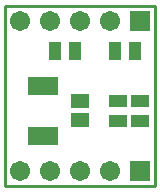
<source format=gts>
%FSLAX25Y25*%
%MOIN*%
G70*
G01*
G75*
G04 Layer_Color=8388736*
%ADD10R,0.05118X0.03347*%
%ADD11R,0.05315X0.03740*%
%ADD12R,0.03347X0.05118*%
%ADD13R,0.01181X0.05118*%
%ADD14C,0.00800*%
%ADD15C,0.01000*%
%ADD16C,0.05906*%
%ADD17R,0.05906X0.05906*%
%ADD18C,0.02756*%
%ADD19C,0.00984*%
%ADD20C,0.02362*%
%ADD21C,0.00787*%
%ADD22C,0.00394*%
%ADD23R,0.05918X0.04147*%
%ADD24R,0.06115X0.04540*%
%ADD25R,0.04147X0.05918*%
%ADD26R,0.01981X0.05918*%
%ADD27C,0.06706*%
%ADD28R,0.06706X0.06706*%
D15*
X145000Y135000D02*
X195000D01*
Y195000D01*
X145000D02*
X195000D01*
X145000Y135000D02*
Y195000D01*
D23*
X190000Y156653D02*
D03*
Y163347D02*
D03*
X182500Y156653D02*
D03*
Y163347D02*
D03*
D24*
X170000Y163150D02*
D03*
Y156850D02*
D03*
D25*
X181653Y180000D02*
D03*
X188347D02*
D03*
X161653D02*
D03*
X168347D02*
D03*
D26*
X161437Y168268D02*
D03*
X159468D02*
D03*
X157500D02*
D03*
X155532D02*
D03*
X153563D02*
D03*
X161437Y151732D02*
D03*
X159468D02*
D03*
X157500D02*
D03*
X155532D02*
D03*
X153563D02*
D03*
D27*
X150000Y190000D02*
D03*
X160000D02*
D03*
X170000D02*
D03*
X180000D02*
D03*
X150000Y140000D02*
D03*
X160000D02*
D03*
X170000D02*
D03*
X180000D02*
D03*
D28*
X190000Y190000D02*
D03*
Y140000D02*
D03*
M02*

</source>
